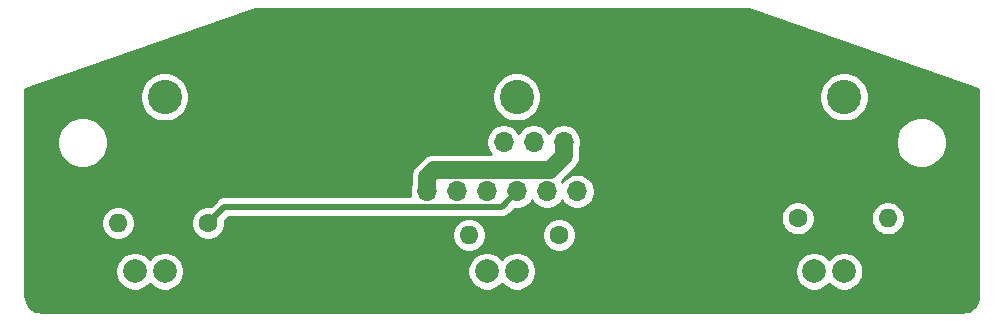
<source format=gbr>
G04 #@! TF.GenerationSoftware,KiCad,Pcbnew,5.1.5+dfsg1-2build2*
G04 #@! TF.CreationDate,2020-06-26T22:11:02+02:00*
G04 #@! TF.ProjectId,robo-car-front-shield,726f626f-2d63-4617-922d-66726f6e742d,rev?*
G04 #@! TF.SameCoordinates,Original*
G04 #@! TF.FileFunction,Copper,L2,Bot*
G04 #@! TF.FilePolarity,Positive*
%FSLAX46Y46*%
G04 Gerber Fmt 4.6, Leading zero omitted, Abs format (unit mm)*
G04 Created by KiCad (PCBNEW 5.1.5+dfsg1-2build2) date 2020-06-26 22:11:02*
%MOMM*%
%LPD*%
G04 APERTURE LIST*
%ADD10O,1.700000X1.700000*%
%ADD11R,1.700000X1.700000*%
%ADD12C,2.000000*%
%ADD13C,2.900000*%
%ADD14C,1.600000*%
%ADD15O,1.600000X1.600000*%
%ADD16C,1.500000*%
%ADD17C,0.500000*%
%ADD18C,0.254000*%
G04 APERTURE END LIST*
D10*
X35513000Y-14680000D03*
X38053000Y-14680000D03*
X40593000Y-14680000D03*
X43133000Y-14680000D03*
X45673000Y-14680000D03*
X48213000Y-14680000D03*
D11*
X50753000Y-14680000D03*
D12*
X68279000Y-21443000D03*
X70819000Y-21443000D03*
X73359000Y-21443000D03*
D13*
X70819000Y-6679000D03*
D12*
X40556000Y-21443000D03*
X43096000Y-21443000D03*
X45636000Y-21443000D03*
D13*
X43096000Y-6679000D03*
X13288000Y-6679000D03*
D12*
X15828000Y-21443000D03*
X13288000Y-21443000D03*
X10748000Y-21443000D03*
D11*
X39450000Y-10489000D03*
D10*
X41990000Y-10489000D03*
X44530000Y-10489000D03*
X47070000Y-10489000D03*
D14*
X66882000Y-16966000D03*
D15*
X74502000Y-16966000D03*
X39069000Y-18363000D03*
D14*
X46689000Y-18363000D03*
X16971000Y-17347000D03*
D15*
X9351000Y-17347000D03*
D16*
X35513000Y-13477919D02*
X35513000Y-14680000D01*
X36110920Y-12879999D02*
X35513000Y-13477919D01*
X45881082Y-12879999D02*
X36110920Y-12879999D01*
X47070000Y-11691081D02*
X45881082Y-12879999D01*
X47070000Y-11691081D02*
X47070000Y-10489000D01*
D17*
X41832999Y-15980001D02*
X18337999Y-15980001D01*
X17770999Y-16547001D02*
X16971000Y-17347000D01*
X18337999Y-15980001D02*
X17770999Y-16547001D01*
X43133000Y-14680000D02*
X41832999Y-15980001D01*
D18*
G36*
X82182001Y-6009258D02*
G01*
X82182000Y-23508721D01*
X82153375Y-23800660D01*
X82077965Y-24050429D01*
X81955477Y-24280794D01*
X81790579Y-24482979D01*
X81589546Y-24649288D01*
X81360046Y-24773378D01*
X81110805Y-24850531D01*
X80820911Y-24881000D01*
X2874279Y-24881000D01*
X2582340Y-24852375D01*
X2332571Y-24776965D01*
X2102206Y-24654477D01*
X1900021Y-24489579D01*
X1733712Y-24288546D01*
X1609622Y-24059046D01*
X1532469Y-23809805D01*
X1502000Y-23519911D01*
X1502000Y-21281967D01*
X9113000Y-21281967D01*
X9113000Y-21604033D01*
X9175832Y-21919912D01*
X9299082Y-22217463D01*
X9478013Y-22485252D01*
X9705748Y-22712987D01*
X9973537Y-22891918D01*
X10271088Y-23015168D01*
X10586967Y-23078000D01*
X10909033Y-23078000D01*
X11224912Y-23015168D01*
X11522463Y-22891918D01*
X11790252Y-22712987D01*
X12017987Y-22485252D01*
X12018000Y-22485233D01*
X12018013Y-22485252D01*
X12245748Y-22712987D01*
X12513537Y-22891918D01*
X12811088Y-23015168D01*
X13126967Y-23078000D01*
X13449033Y-23078000D01*
X13764912Y-23015168D01*
X14062463Y-22891918D01*
X14330252Y-22712987D01*
X14557987Y-22485252D01*
X14736918Y-22217463D01*
X14860168Y-21919912D01*
X14923000Y-21604033D01*
X14923000Y-21281967D01*
X38921000Y-21281967D01*
X38921000Y-21604033D01*
X38983832Y-21919912D01*
X39107082Y-22217463D01*
X39286013Y-22485252D01*
X39513748Y-22712987D01*
X39781537Y-22891918D01*
X40079088Y-23015168D01*
X40394967Y-23078000D01*
X40717033Y-23078000D01*
X41032912Y-23015168D01*
X41330463Y-22891918D01*
X41598252Y-22712987D01*
X41825987Y-22485252D01*
X41826000Y-22485233D01*
X41826013Y-22485252D01*
X42053748Y-22712987D01*
X42321537Y-22891918D01*
X42619088Y-23015168D01*
X42934967Y-23078000D01*
X43257033Y-23078000D01*
X43572912Y-23015168D01*
X43870463Y-22891918D01*
X44138252Y-22712987D01*
X44365987Y-22485252D01*
X44544918Y-22217463D01*
X44668168Y-21919912D01*
X44731000Y-21604033D01*
X44731000Y-21281967D01*
X66644000Y-21281967D01*
X66644000Y-21604033D01*
X66706832Y-21919912D01*
X66830082Y-22217463D01*
X67009013Y-22485252D01*
X67236748Y-22712987D01*
X67504537Y-22891918D01*
X67802088Y-23015168D01*
X68117967Y-23078000D01*
X68440033Y-23078000D01*
X68755912Y-23015168D01*
X69053463Y-22891918D01*
X69321252Y-22712987D01*
X69548987Y-22485252D01*
X69549000Y-22485233D01*
X69549013Y-22485252D01*
X69776748Y-22712987D01*
X70044537Y-22891918D01*
X70342088Y-23015168D01*
X70657967Y-23078000D01*
X70980033Y-23078000D01*
X71295912Y-23015168D01*
X71593463Y-22891918D01*
X71861252Y-22712987D01*
X72088987Y-22485252D01*
X72267918Y-22217463D01*
X72391168Y-21919912D01*
X72454000Y-21604033D01*
X72454000Y-21281967D01*
X72391168Y-20966088D01*
X72267918Y-20668537D01*
X72088987Y-20400748D01*
X71861252Y-20173013D01*
X71593463Y-19994082D01*
X71295912Y-19870832D01*
X70980033Y-19808000D01*
X70657967Y-19808000D01*
X70342088Y-19870832D01*
X70044537Y-19994082D01*
X69776748Y-20173013D01*
X69549013Y-20400748D01*
X69549000Y-20400767D01*
X69548987Y-20400748D01*
X69321252Y-20173013D01*
X69053463Y-19994082D01*
X68755912Y-19870832D01*
X68440033Y-19808000D01*
X68117967Y-19808000D01*
X67802088Y-19870832D01*
X67504537Y-19994082D01*
X67236748Y-20173013D01*
X67009013Y-20400748D01*
X66830082Y-20668537D01*
X66706832Y-20966088D01*
X66644000Y-21281967D01*
X44731000Y-21281967D01*
X44668168Y-20966088D01*
X44544918Y-20668537D01*
X44365987Y-20400748D01*
X44138252Y-20173013D01*
X43870463Y-19994082D01*
X43572912Y-19870832D01*
X43257033Y-19808000D01*
X42934967Y-19808000D01*
X42619088Y-19870832D01*
X42321537Y-19994082D01*
X42053748Y-20173013D01*
X41826013Y-20400748D01*
X41826000Y-20400767D01*
X41825987Y-20400748D01*
X41598252Y-20173013D01*
X41330463Y-19994082D01*
X41032912Y-19870832D01*
X40717033Y-19808000D01*
X40394967Y-19808000D01*
X40079088Y-19870832D01*
X39781537Y-19994082D01*
X39513748Y-20173013D01*
X39286013Y-20400748D01*
X39107082Y-20668537D01*
X38983832Y-20966088D01*
X38921000Y-21281967D01*
X14923000Y-21281967D01*
X14860168Y-20966088D01*
X14736918Y-20668537D01*
X14557987Y-20400748D01*
X14330252Y-20173013D01*
X14062463Y-19994082D01*
X13764912Y-19870832D01*
X13449033Y-19808000D01*
X13126967Y-19808000D01*
X12811088Y-19870832D01*
X12513537Y-19994082D01*
X12245748Y-20173013D01*
X12018013Y-20400748D01*
X12018000Y-20400767D01*
X12017987Y-20400748D01*
X11790252Y-20173013D01*
X11522463Y-19994082D01*
X11224912Y-19870832D01*
X10909033Y-19808000D01*
X10586967Y-19808000D01*
X10271088Y-19870832D01*
X9973537Y-19994082D01*
X9705748Y-20173013D01*
X9478013Y-20400748D01*
X9299082Y-20668537D01*
X9175832Y-20966088D01*
X9113000Y-21281967D01*
X1502000Y-21281967D01*
X1502000Y-17205665D01*
X7916000Y-17205665D01*
X7916000Y-17488335D01*
X7971147Y-17765574D01*
X8079320Y-18026727D01*
X8236363Y-18261759D01*
X8436241Y-18461637D01*
X8671273Y-18618680D01*
X8932426Y-18726853D01*
X9209665Y-18782000D01*
X9492335Y-18782000D01*
X9769574Y-18726853D01*
X10030727Y-18618680D01*
X10265759Y-18461637D01*
X10465637Y-18261759D01*
X10622680Y-18026727D01*
X10730853Y-17765574D01*
X10786000Y-17488335D01*
X10786000Y-17205665D01*
X15536000Y-17205665D01*
X15536000Y-17488335D01*
X15591147Y-17765574D01*
X15699320Y-18026727D01*
X15856363Y-18261759D01*
X16056241Y-18461637D01*
X16291273Y-18618680D01*
X16552426Y-18726853D01*
X16829665Y-18782000D01*
X17112335Y-18782000D01*
X17389574Y-18726853D01*
X17650727Y-18618680D01*
X17885759Y-18461637D01*
X18085637Y-18261759D01*
X18112426Y-18221665D01*
X37634000Y-18221665D01*
X37634000Y-18504335D01*
X37689147Y-18781574D01*
X37797320Y-19042727D01*
X37954363Y-19277759D01*
X38154241Y-19477637D01*
X38389273Y-19634680D01*
X38650426Y-19742853D01*
X38927665Y-19798000D01*
X39210335Y-19798000D01*
X39487574Y-19742853D01*
X39748727Y-19634680D01*
X39983759Y-19477637D01*
X40183637Y-19277759D01*
X40340680Y-19042727D01*
X40448853Y-18781574D01*
X40504000Y-18504335D01*
X40504000Y-18221665D01*
X45254000Y-18221665D01*
X45254000Y-18504335D01*
X45309147Y-18781574D01*
X45417320Y-19042727D01*
X45574363Y-19277759D01*
X45774241Y-19477637D01*
X46009273Y-19634680D01*
X46270426Y-19742853D01*
X46547665Y-19798000D01*
X46830335Y-19798000D01*
X47107574Y-19742853D01*
X47368727Y-19634680D01*
X47603759Y-19477637D01*
X47803637Y-19277759D01*
X47960680Y-19042727D01*
X48068853Y-18781574D01*
X48124000Y-18504335D01*
X48124000Y-18221665D01*
X48068853Y-17944426D01*
X47960680Y-17683273D01*
X47803637Y-17448241D01*
X47603759Y-17248363D01*
X47368727Y-17091320D01*
X47107574Y-16983147D01*
X46830335Y-16928000D01*
X46547665Y-16928000D01*
X46270426Y-16983147D01*
X46009273Y-17091320D01*
X45774241Y-17248363D01*
X45574363Y-17448241D01*
X45417320Y-17683273D01*
X45309147Y-17944426D01*
X45254000Y-18221665D01*
X40504000Y-18221665D01*
X40448853Y-17944426D01*
X40340680Y-17683273D01*
X40183637Y-17448241D01*
X39983759Y-17248363D01*
X39748727Y-17091320D01*
X39487574Y-16983147D01*
X39210335Y-16928000D01*
X38927665Y-16928000D01*
X38650426Y-16983147D01*
X38389273Y-17091320D01*
X38154241Y-17248363D01*
X37954363Y-17448241D01*
X37797320Y-17683273D01*
X37689147Y-17944426D01*
X37634000Y-18221665D01*
X18112426Y-18221665D01*
X18242680Y-18026727D01*
X18350853Y-17765574D01*
X18406000Y-17488335D01*
X18406000Y-17205665D01*
X18399017Y-17170562D01*
X18427531Y-17142048D01*
X18427536Y-17142042D01*
X18704577Y-16865001D01*
X41789530Y-16865001D01*
X41832999Y-16869282D01*
X41876468Y-16865001D01*
X41876476Y-16865001D01*
X42006489Y-16852196D01*
X42097245Y-16824665D01*
X65447000Y-16824665D01*
X65447000Y-17107335D01*
X65502147Y-17384574D01*
X65610320Y-17645727D01*
X65767363Y-17880759D01*
X65967241Y-18080637D01*
X66202273Y-18237680D01*
X66463426Y-18345853D01*
X66740665Y-18401000D01*
X67023335Y-18401000D01*
X67300574Y-18345853D01*
X67561727Y-18237680D01*
X67796759Y-18080637D01*
X67996637Y-17880759D01*
X68153680Y-17645727D01*
X68261853Y-17384574D01*
X68317000Y-17107335D01*
X68317000Y-16824665D01*
X73067000Y-16824665D01*
X73067000Y-17107335D01*
X73122147Y-17384574D01*
X73230320Y-17645727D01*
X73387363Y-17880759D01*
X73587241Y-18080637D01*
X73822273Y-18237680D01*
X74083426Y-18345853D01*
X74360665Y-18401000D01*
X74643335Y-18401000D01*
X74920574Y-18345853D01*
X75181727Y-18237680D01*
X75416759Y-18080637D01*
X75616637Y-17880759D01*
X75773680Y-17645727D01*
X75881853Y-17384574D01*
X75937000Y-17107335D01*
X75937000Y-16824665D01*
X75881853Y-16547426D01*
X75773680Y-16286273D01*
X75616637Y-16051241D01*
X75416759Y-15851363D01*
X75181727Y-15694320D01*
X74920574Y-15586147D01*
X74643335Y-15531000D01*
X74360665Y-15531000D01*
X74083426Y-15586147D01*
X73822273Y-15694320D01*
X73587241Y-15851363D01*
X73387363Y-16051241D01*
X73230320Y-16286273D01*
X73122147Y-16547426D01*
X73067000Y-16824665D01*
X68317000Y-16824665D01*
X68261853Y-16547426D01*
X68153680Y-16286273D01*
X67996637Y-16051241D01*
X67796759Y-15851363D01*
X67561727Y-15694320D01*
X67300574Y-15586147D01*
X67023335Y-15531000D01*
X66740665Y-15531000D01*
X66463426Y-15586147D01*
X66202273Y-15694320D01*
X65967241Y-15851363D01*
X65767363Y-16051241D01*
X65610320Y-16286273D01*
X65502147Y-16547426D01*
X65447000Y-16824665D01*
X42097245Y-16824665D01*
X42173312Y-16801590D01*
X42327058Y-16719412D01*
X42461816Y-16608818D01*
X42489533Y-16575045D01*
X42914039Y-16150539D01*
X42986740Y-16165000D01*
X43279260Y-16165000D01*
X43566158Y-16107932D01*
X43836411Y-15995990D01*
X44079632Y-15833475D01*
X44286475Y-15626632D01*
X44403000Y-15452240D01*
X44519525Y-15626632D01*
X44726368Y-15833475D01*
X44969589Y-15995990D01*
X45239842Y-16107932D01*
X45526740Y-16165000D01*
X45819260Y-16165000D01*
X46106158Y-16107932D01*
X46376411Y-15995990D01*
X46619632Y-15833475D01*
X46826475Y-15626632D01*
X46943000Y-15452240D01*
X47059525Y-15626632D01*
X47266368Y-15833475D01*
X47509589Y-15995990D01*
X47779842Y-16107932D01*
X48066740Y-16165000D01*
X48359260Y-16165000D01*
X48646158Y-16107932D01*
X48916411Y-15995990D01*
X49159632Y-15833475D01*
X49366475Y-15626632D01*
X49528990Y-15383411D01*
X49640932Y-15113158D01*
X49698000Y-14826260D01*
X49698000Y-14533740D01*
X49640932Y-14246842D01*
X49528990Y-13976589D01*
X49366475Y-13733368D01*
X49159632Y-13526525D01*
X48916411Y-13364010D01*
X48646158Y-13252068D01*
X48359260Y-13195000D01*
X48066740Y-13195000D01*
X47779842Y-13252068D01*
X47509589Y-13364010D01*
X47266368Y-13526525D01*
X47059525Y-13733368D01*
X46943000Y-13907760D01*
X46891980Y-13831403D01*
X46908536Y-13811230D01*
X48001241Y-12718526D01*
X48054080Y-12675162D01*
X48097445Y-12622322D01*
X48097452Y-12622315D01*
X48227156Y-12464270D01*
X48227158Y-12464268D01*
X48355764Y-12223662D01*
X48365322Y-12192155D01*
X48434960Y-11962589D01*
X48445798Y-11852547D01*
X48455000Y-11759118D01*
X48455000Y-11759110D01*
X48461700Y-11691081D01*
X48455000Y-11623052D01*
X48455000Y-11025805D01*
X48497932Y-10922158D01*
X48555000Y-10635260D01*
X48555000Y-10342740D01*
X48551934Y-10327323D01*
X75172497Y-10327323D01*
X75172497Y-10754677D01*
X75255870Y-11173821D01*
X75419412Y-11568645D01*
X75656837Y-11923977D01*
X75959023Y-12226163D01*
X76314355Y-12463588D01*
X76709179Y-12627130D01*
X77128323Y-12710503D01*
X77555677Y-12710503D01*
X77974821Y-12627130D01*
X78369645Y-12463588D01*
X78724977Y-12226163D01*
X79027163Y-11923977D01*
X79264588Y-11568645D01*
X79428130Y-11173821D01*
X79511503Y-10754677D01*
X79511503Y-10327323D01*
X79428130Y-9908179D01*
X79264588Y-9513355D01*
X79027163Y-9158023D01*
X78724977Y-8855837D01*
X78369645Y-8618412D01*
X77974821Y-8454870D01*
X77555677Y-8371497D01*
X77128323Y-8371497D01*
X76709179Y-8454870D01*
X76314355Y-8618412D01*
X75959023Y-8855837D01*
X75656837Y-9158023D01*
X75419412Y-9513355D01*
X75255870Y-9908179D01*
X75172497Y-10327323D01*
X48551934Y-10327323D01*
X48497932Y-10055842D01*
X48385990Y-9785589D01*
X48223475Y-9542368D01*
X48016632Y-9335525D01*
X47773411Y-9173010D01*
X47503158Y-9061068D01*
X47216260Y-9004000D01*
X46923740Y-9004000D01*
X46636842Y-9061068D01*
X46366589Y-9173010D01*
X46123368Y-9335525D01*
X45916525Y-9542368D01*
X45800000Y-9716760D01*
X45683475Y-9542368D01*
X45476632Y-9335525D01*
X45233411Y-9173010D01*
X44963158Y-9061068D01*
X44676260Y-9004000D01*
X44383740Y-9004000D01*
X44096842Y-9061068D01*
X43826589Y-9173010D01*
X43583368Y-9335525D01*
X43376525Y-9542368D01*
X43260000Y-9716760D01*
X43143475Y-9542368D01*
X42936632Y-9335525D01*
X42693411Y-9173010D01*
X42423158Y-9061068D01*
X42136260Y-9004000D01*
X41843740Y-9004000D01*
X41556842Y-9061068D01*
X41286589Y-9173010D01*
X41043368Y-9335525D01*
X40836525Y-9542368D01*
X40674010Y-9785589D01*
X40562068Y-10055842D01*
X40505000Y-10342740D01*
X40505000Y-10635260D01*
X40562068Y-10922158D01*
X40674010Y-11192411D01*
X40836525Y-11435632D01*
X40895892Y-11494999D01*
X36178949Y-11494999D01*
X36110920Y-11488299D01*
X36042891Y-11494999D01*
X36042883Y-11494999D01*
X35839413Y-11515039D01*
X35578339Y-11594235D01*
X35337732Y-11722842D01*
X35126839Y-11895918D01*
X35083468Y-11948766D01*
X34581765Y-12450469D01*
X34528919Y-12493839D01*
X34485550Y-12546684D01*
X34485548Y-12546686D01*
X34393359Y-12659019D01*
X34355843Y-12704732D01*
X34227236Y-12945339D01*
X34148040Y-13206413D01*
X34128000Y-13409883D01*
X34128000Y-13409890D01*
X34121300Y-13477919D01*
X34128000Y-13545948D01*
X34128000Y-14143195D01*
X34085068Y-14246842D01*
X34028000Y-14533740D01*
X34028000Y-14826260D01*
X34081456Y-15095001D01*
X18381464Y-15095001D01*
X18337998Y-15090720D01*
X18294532Y-15095001D01*
X18294522Y-15095001D01*
X18164509Y-15107806D01*
X17997686Y-15158412D01*
X17843940Y-15240590D01*
X17709182Y-15351184D01*
X17681467Y-15384955D01*
X17175958Y-15890464D01*
X17175952Y-15890469D01*
X17147438Y-15918983D01*
X17112335Y-15912000D01*
X16829665Y-15912000D01*
X16552426Y-15967147D01*
X16291273Y-16075320D01*
X16056241Y-16232363D01*
X15856363Y-16432241D01*
X15699320Y-16667273D01*
X15591147Y-16928426D01*
X15536000Y-17205665D01*
X10786000Y-17205665D01*
X10730853Y-16928426D01*
X10622680Y-16667273D01*
X10465637Y-16432241D01*
X10265759Y-16232363D01*
X10030727Y-16075320D01*
X9769574Y-15967147D01*
X9492335Y-15912000D01*
X9209665Y-15912000D01*
X8932426Y-15967147D01*
X8671273Y-16075320D01*
X8436241Y-16232363D01*
X8236363Y-16432241D01*
X8079320Y-16667273D01*
X7971147Y-16928426D01*
X7916000Y-17205665D01*
X1502000Y-17205665D01*
X1502000Y-10327323D01*
X4172497Y-10327323D01*
X4172497Y-10754677D01*
X4255870Y-11173821D01*
X4419412Y-11568645D01*
X4656837Y-11923977D01*
X4959023Y-12226163D01*
X5314355Y-12463588D01*
X5709179Y-12627130D01*
X6128323Y-12710503D01*
X6555677Y-12710503D01*
X6974821Y-12627130D01*
X7369645Y-12463588D01*
X7724977Y-12226163D01*
X8027163Y-11923977D01*
X8264588Y-11568645D01*
X8428130Y-11173821D01*
X8511503Y-10754677D01*
X8511503Y-10327323D01*
X8428130Y-9908179D01*
X8264588Y-9513355D01*
X8027163Y-9158023D01*
X7724977Y-8855837D01*
X7369645Y-8618412D01*
X6974821Y-8454870D01*
X6555677Y-8371497D01*
X6128323Y-8371497D01*
X5709179Y-8454870D01*
X5314355Y-8618412D01*
X4959023Y-8855837D01*
X4656837Y-9158023D01*
X4419412Y-9513355D01*
X4255870Y-9908179D01*
X4172497Y-10327323D01*
X1502000Y-10327323D01*
X1502000Y-6473645D01*
X11203000Y-6473645D01*
X11203000Y-6884355D01*
X11283126Y-7287172D01*
X11440297Y-7666618D01*
X11668475Y-8008110D01*
X11958890Y-8298525D01*
X12300382Y-8526703D01*
X12679828Y-8683874D01*
X13082645Y-8764000D01*
X13493355Y-8764000D01*
X13896172Y-8683874D01*
X14275618Y-8526703D01*
X14617110Y-8298525D01*
X14907525Y-8008110D01*
X15135703Y-7666618D01*
X15292874Y-7287172D01*
X15373000Y-6884355D01*
X15373000Y-6473645D01*
X41011000Y-6473645D01*
X41011000Y-6884355D01*
X41091126Y-7287172D01*
X41248297Y-7666618D01*
X41476475Y-8008110D01*
X41766890Y-8298525D01*
X42108382Y-8526703D01*
X42487828Y-8683874D01*
X42890645Y-8764000D01*
X43301355Y-8764000D01*
X43704172Y-8683874D01*
X44083618Y-8526703D01*
X44425110Y-8298525D01*
X44715525Y-8008110D01*
X44943703Y-7666618D01*
X45100874Y-7287172D01*
X45181000Y-6884355D01*
X45181000Y-6473645D01*
X68734000Y-6473645D01*
X68734000Y-6884355D01*
X68814126Y-7287172D01*
X68971297Y-7666618D01*
X69199475Y-8008110D01*
X69489890Y-8298525D01*
X69831382Y-8526703D01*
X70210828Y-8683874D01*
X70613645Y-8764000D01*
X71024355Y-8764000D01*
X71427172Y-8683874D01*
X71806618Y-8526703D01*
X72148110Y-8298525D01*
X72438525Y-8008110D01*
X72666703Y-7666618D01*
X72823874Y-7287172D01*
X72904000Y-6884355D01*
X72904000Y-6473645D01*
X72823874Y-6070828D01*
X72666703Y-5691382D01*
X72438525Y-5349890D01*
X72148110Y-5059475D01*
X71806618Y-4831297D01*
X71427172Y-4674126D01*
X71024355Y-4594000D01*
X70613645Y-4594000D01*
X70210828Y-4674126D01*
X69831382Y-4831297D01*
X69489890Y-5059475D01*
X69199475Y-5349890D01*
X68971297Y-5691382D01*
X68814126Y-6070828D01*
X68734000Y-6473645D01*
X45181000Y-6473645D01*
X45100874Y-6070828D01*
X44943703Y-5691382D01*
X44715525Y-5349890D01*
X44425110Y-5059475D01*
X44083618Y-4831297D01*
X43704172Y-4674126D01*
X43301355Y-4594000D01*
X42890645Y-4594000D01*
X42487828Y-4674126D01*
X42108382Y-4831297D01*
X41766890Y-5059475D01*
X41476475Y-5349890D01*
X41248297Y-5691382D01*
X41091126Y-6070828D01*
X41011000Y-6473645D01*
X15373000Y-6473645D01*
X15292874Y-6070828D01*
X15135703Y-5691382D01*
X14907525Y-5349890D01*
X14617110Y-5059475D01*
X14275618Y-4831297D01*
X13896172Y-4674126D01*
X13493355Y-4594000D01*
X13082645Y-4594000D01*
X12679828Y-4674126D01*
X12300382Y-4831297D01*
X11958890Y-5059475D01*
X11668475Y-5349890D01*
X11440297Y-5691382D01*
X11283126Y-6070828D01*
X11203000Y-6473645D01*
X1502000Y-6473645D01*
X1502000Y-6009257D01*
X20954164Y799000D01*
X62729839Y799000D01*
X82182001Y-6009258D01*
G37*
X82182001Y-6009258D02*
X82182000Y-23508721D01*
X82153375Y-23800660D01*
X82077965Y-24050429D01*
X81955477Y-24280794D01*
X81790579Y-24482979D01*
X81589546Y-24649288D01*
X81360046Y-24773378D01*
X81110805Y-24850531D01*
X80820911Y-24881000D01*
X2874279Y-24881000D01*
X2582340Y-24852375D01*
X2332571Y-24776965D01*
X2102206Y-24654477D01*
X1900021Y-24489579D01*
X1733712Y-24288546D01*
X1609622Y-24059046D01*
X1532469Y-23809805D01*
X1502000Y-23519911D01*
X1502000Y-21281967D01*
X9113000Y-21281967D01*
X9113000Y-21604033D01*
X9175832Y-21919912D01*
X9299082Y-22217463D01*
X9478013Y-22485252D01*
X9705748Y-22712987D01*
X9973537Y-22891918D01*
X10271088Y-23015168D01*
X10586967Y-23078000D01*
X10909033Y-23078000D01*
X11224912Y-23015168D01*
X11522463Y-22891918D01*
X11790252Y-22712987D01*
X12017987Y-22485252D01*
X12018000Y-22485233D01*
X12018013Y-22485252D01*
X12245748Y-22712987D01*
X12513537Y-22891918D01*
X12811088Y-23015168D01*
X13126967Y-23078000D01*
X13449033Y-23078000D01*
X13764912Y-23015168D01*
X14062463Y-22891918D01*
X14330252Y-22712987D01*
X14557987Y-22485252D01*
X14736918Y-22217463D01*
X14860168Y-21919912D01*
X14923000Y-21604033D01*
X14923000Y-21281967D01*
X38921000Y-21281967D01*
X38921000Y-21604033D01*
X38983832Y-21919912D01*
X39107082Y-22217463D01*
X39286013Y-22485252D01*
X39513748Y-22712987D01*
X39781537Y-22891918D01*
X40079088Y-23015168D01*
X40394967Y-23078000D01*
X40717033Y-23078000D01*
X41032912Y-23015168D01*
X41330463Y-22891918D01*
X41598252Y-22712987D01*
X41825987Y-22485252D01*
X41826000Y-22485233D01*
X41826013Y-22485252D01*
X42053748Y-22712987D01*
X42321537Y-22891918D01*
X42619088Y-23015168D01*
X42934967Y-23078000D01*
X43257033Y-23078000D01*
X43572912Y-23015168D01*
X43870463Y-22891918D01*
X44138252Y-22712987D01*
X44365987Y-22485252D01*
X44544918Y-22217463D01*
X44668168Y-21919912D01*
X44731000Y-21604033D01*
X44731000Y-21281967D01*
X66644000Y-21281967D01*
X66644000Y-21604033D01*
X66706832Y-21919912D01*
X66830082Y-22217463D01*
X67009013Y-22485252D01*
X67236748Y-22712987D01*
X67504537Y-22891918D01*
X67802088Y-23015168D01*
X68117967Y-23078000D01*
X68440033Y-23078000D01*
X68755912Y-23015168D01*
X69053463Y-22891918D01*
X69321252Y-22712987D01*
X69548987Y-22485252D01*
X69549000Y-22485233D01*
X69549013Y-22485252D01*
X69776748Y-22712987D01*
X70044537Y-22891918D01*
X70342088Y-23015168D01*
X70657967Y-23078000D01*
X70980033Y-23078000D01*
X71295912Y-23015168D01*
X71593463Y-22891918D01*
X71861252Y-22712987D01*
X72088987Y-22485252D01*
X72267918Y-22217463D01*
X72391168Y-21919912D01*
X72454000Y-21604033D01*
X72454000Y-21281967D01*
X72391168Y-20966088D01*
X72267918Y-20668537D01*
X72088987Y-20400748D01*
X71861252Y-20173013D01*
X71593463Y-19994082D01*
X71295912Y-19870832D01*
X70980033Y-19808000D01*
X70657967Y-19808000D01*
X70342088Y-19870832D01*
X70044537Y-19994082D01*
X69776748Y-20173013D01*
X69549013Y-20400748D01*
X69549000Y-20400767D01*
X69548987Y-20400748D01*
X69321252Y-20173013D01*
X69053463Y-19994082D01*
X68755912Y-19870832D01*
X68440033Y-19808000D01*
X68117967Y-19808000D01*
X67802088Y-19870832D01*
X67504537Y-19994082D01*
X67236748Y-20173013D01*
X67009013Y-20400748D01*
X66830082Y-20668537D01*
X66706832Y-20966088D01*
X66644000Y-21281967D01*
X44731000Y-21281967D01*
X44668168Y-20966088D01*
X44544918Y-20668537D01*
X44365987Y-20400748D01*
X44138252Y-20173013D01*
X43870463Y-19994082D01*
X43572912Y-19870832D01*
X43257033Y-19808000D01*
X42934967Y-19808000D01*
X42619088Y-19870832D01*
X42321537Y-19994082D01*
X42053748Y-20173013D01*
X41826013Y-20400748D01*
X41826000Y-20400767D01*
X41825987Y-20400748D01*
X41598252Y-20173013D01*
X41330463Y-19994082D01*
X41032912Y-19870832D01*
X40717033Y-19808000D01*
X40394967Y-19808000D01*
X40079088Y-19870832D01*
X39781537Y-19994082D01*
X39513748Y-20173013D01*
X39286013Y-20400748D01*
X39107082Y-20668537D01*
X38983832Y-20966088D01*
X38921000Y-21281967D01*
X14923000Y-21281967D01*
X14860168Y-20966088D01*
X14736918Y-20668537D01*
X14557987Y-20400748D01*
X14330252Y-20173013D01*
X14062463Y-19994082D01*
X13764912Y-19870832D01*
X13449033Y-19808000D01*
X13126967Y-19808000D01*
X12811088Y-19870832D01*
X12513537Y-19994082D01*
X12245748Y-20173013D01*
X12018013Y-20400748D01*
X12018000Y-20400767D01*
X12017987Y-20400748D01*
X11790252Y-20173013D01*
X11522463Y-19994082D01*
X11224912Y-19870832D01*
X10909033Y-19808000D01*
X10586967Y-19808000D01*
X10271088Y-19870832D01*
X9973537Y-19994082D01*
X9705748Y-20173013D01*
X9478013Y-20400748D01*
X9299082Y-20668537D01*
X9175832Y-20966088D01*
X9113000Y-21281967D01*
X1502000Y-21281967D01*
X1502000Y-17205665D01*
X7916000Y-17205665D01*
X7916000Y-17488335D01*
X7971147Y-17765574D01*
X8079320Y-18026727D01*
X8236363Y-18261759D01*
X8436241Y-18461637D01*
X8671273Y-18618680D01*
X8932426Y-18726853D01*
X9209665Y-18782000D01*
X9492335Y-18782000D01*
X9769574Y-18726853D01*
X10030727Y-18618680D01*
X10265759Y-18461637D01*
X10465637Y-18261759D01*
X10622680Y-18026727D01*
X10730853Y-17765574D01*
X10786000Y-17488335D01*
X10786000Y-17205665D01*
X15536000Y-17205665D01*
X15536000Y-17488335D01*
X15591147Y-17765574D01*
X15699320Y-18026727D01*
X15856363Y-18261759D01*
X16056241Y-18461637D01*
X16291273Y-18618680D01*
X16552426Y-18726853D01*
X16829665Y-18782000D01*
X17112335Y-18782000D01*
X17389574Y-18726853D01*
X17650727Y-18618680D01*
X17885759Y-18461637D01*
X18085637Y-18261759D01*
X18112426Y-18221665D01*
X37634000Y-18221665D01*
X37634000Y-18504335D01*
X37689147Y-18781574D01*
X37797320Y-19042727D01*
X37954363Y-19277759D01*
X38154241Y-19477637D01*
X38389273Y-19634680D01*
X38650426Y-19742853D01*
X38927665Y-19798000D01*
X39210335Y-19798000D01*
X39487574Y-19742853D01*
X39748727Y-19634680D01*
X39983759Y-19477637D01*
X40183637Y-19277759D01*
X40340680Y-19042727D01*
X40448853Y-18781574D01*
X40504000Y-18504335D01*
X40504000Y-18221665D01*
X45254000Y-18221665D01*
X45254000Y-18504335D01*
X45309147Y-18781574D01*
X45417320Y-19042727D01*
X45574363Y-19277759D01*
X45774241Y-19477637D01*
X46009273Y-19634680D01*
X46270426Y-19742853D01*
X46547665Y-19798000D01*
X46830335Y-19798000D01*
X47107574Y-19742853D01*
X47368727Y-19634680D01*
X47603759Y-19477637D01*
X47803637Y-19277759D01*
X47960680Y-19042727D01*
X48068853Y-18781574D01*
X48124000Y-18504335D01*
X48124000Y-18221665D01*
X48068853Y-17944426D01*
X47960680Y-17683273D01*
X47803637Y-17448241D01*
X47603759Y-17248363D01*
X47368727Y-17091320D01*
X47107574Y-16983147D01*
X46830335Y-16928000D01*
X46547665Y-16928000D01*
X46270426Y-16983147D01*
X46009273Y-17091320D01*
X45774241Y-17248363D01*
X45574363Y-17448241D01*
X45417320Y-17683273D01*
X45309147Y-17944426D01*
X45254000Y-18221665D01*
X40504000Y-18221665D01*
X40448853Y-17944426D01*
X40340680Y-17683273D01*
X40183637Y-17448241D01*
X39983759Y-17248363D01*
X39748727Y-17091320D01*
X39487574Y-16983147D01*
X39210335Y-16928000D01*
X38927665Y-16928000D01*
X38650426Y-16983147D01*
X38389273Y-17091320D01*
X38154241Y-17248363D01*
X37954363Y-17448241D01*
X37797320Y-17683273D01*
X37689147Y-17944426D01*
X37634000Y-18221665D01*
X18112426Y-18221665D01*
X18242680Y-18026727D01*
X18350853Y-17765574D01*
X18406000Y-17488335D01*
X18406000Y-17205665D01*
X18399017Y-17170562D01*
X18427531Y-17142048D01*
X18427536Y-17142042D01*
X18704577Y-16865001D01*
X41789530Y-16865001D01*
X41832999Y-16869282D01*
X41876468Y-16865001D01*
X41876476Y-16865001D01*
X42006489Y-16852196D01*
X42097245Y-16824665D01*
X65447000Y-16824665D01*
X65447000Y-17107335D01*
X65502147Y-17384574D01*
X65610320Y-17645727D01*
X65767363Y-17880759D01*
X65967241Y-18080637D01*
X66202273Y-18237680D01*
X66463426Y-18345853D01*
X66740665Y-18401000D01*
X67023335Y-18401000D01*
X67300574Y-18345853D01*
X67561727Y-18237680D01*
X67796759Y-18080637D01*
X67996637Y-17880759D01*
X68153680Y-17645727D01*
X68261853Y-17384574D01*
X68317000Y-17107335D01*
X68317000Y-16824665D01*
X73067000Y-16824665D01*
X73067000Y-17107335D01*
X73122147Y-17384574D01*
X73230320Y-17645727D01*
X73387363Y-17880759D01*
X73587241Y-18080637D01*
X73822273Y-18237680D01*
X74083426Y-18345853D01*
X74360665Y-18401000D01*
X74643335Y-18401000D01*
X74920574Y-18345853D01*
X75181727Y-18237680D01*
X75416759Y-18080637D01*
X75616637Y-17880759D01*
X75773680Y-17645727D01*
X75881853Y-17384574D01*
X75937000Y-17107335D01*
X75937000Y-16824665D01*
X75881853Y-16547426D01*
X75773680Y-16286273D01*
X75616637Y-16051241D01*
X75416759Y-15851363D01*
X75181727Y-15694320D01*
X74920574Y-15586147D01*
X74643335Y-15531000D01*
X74360665Y-15531000D01*
X74083426Y-15586147D01*
X73822273Y-15694320D01*
X73587241Y-15851363D01*
X73387363Y-16051241D01*
X73230320Y-16286273D01*
X73122147Y-16547426D01*
X73067000Y-16824665D01*
X68317000Y-16824665D01*
X68261853Y-16547426D01*
X68153680Y-16286273D01*
X67996637Y-16051241D01*
X67796759Y-15851363D01*
X67561727Y-15694320D01*
X67300574Y-15586147D01*
X67023335Y-15531000D01*
X66740665Y-15531000D01*
X66463426Y-15586147D01*
X66202273Y-15694320D01*
X65967241Y-15851363D01*
X65767363Y-16051241D01*
X65610320Y-16286273D01*
X65502147Y-16547426D01*
X65447000Y-16824665D01*
X42097245Y-16824665D01*
X42173312Y-16801590D01*
X42327058Y-16719412D01*
X42461816Y-16608818D01*
X42489533Y-16575045D01*
X42914039Y-16150539D01*
X42986740Y-16165000D01*
X43279260Y-16165000D01*
X43566158Y-16107932D01*
X43836411Y-15995990D01*
X44079632Y-15833475D01*
X44286475Y-15626632D01*
X44403000Y-15452240D01*
X44519525Y-15626632D01*
X44726368Y-15833475D01*
X44969589Y-15995990D01*
X45239842Y-16107932D01*
X45526740Y-16165000D01*
X45819260Y-16165000D01*
X46106158Y-16107932D01*
X46376411Y-15995990D01*
X46619632Y-15833475D01*
X46826475Y-15626632D01*
X46943000Y-15452240D01*
X47059525Y-15626632D01*
X47266368Y-15833475D01*
X47509589Y-15995990D01*
X47779842Y-16107932D01*
X48066740Y-16165000D01*
X48359260Y-16165000D01*
X48646158Y-16107932D01*
X48916411Y-15995990D01*
X49159632Y-15833475D01*
X49366475Y-15626632D01*
X49528990Y-15383411D01*
X49640932Y-15113158D01*
X49698000Y-14826260D01*
X49698000Y-14533740D01*
X49640932Y-14246842D01*
X49528990Y-13976589D01*
X49366475Y-13733368D01*
X49159632Y-13526525D01*
X48916411Y-13364010D01*
X48646158Y-13252068D01*
X48359260Y-13195000D01*
X48066740Y-13195000D01*
X47779842Y-13252068D01*
X47509589Y-13364010D01*
X47266368Y-13526525D01*
X47059525Y-13733368D01*
X46943000Y-13907760D01*
X46891980Y-13831403D01*
X46908536Y-13811230D01*
X48001241Y-12718526D01*
X48054080Y-12675162D01*
X48097445Y-12622322D01*
X48097452Y-12622315D01*
X48227156Y-12464270D01*
X48227158Y-12464268D01*
X48355764Y-12223662D01*
X48365322Y-12192155D01*
X48434960Y-11962589D01*
X48445798Y-11852547D01*
X48455000Y-11759118D01*
X48455000Y-11759110D01*
X48461700Y-11691081D01*
X48455000Y-11623052D01*
X48455000Y-11025805D01*
X48497932Y-10922158D01*
X48555000Y-10635260D01*
X48555000Y-10342740D01*
X48551934Y-10327323D01*
X75172497Y-10327323D01*
X75172497Y-10754677D01*
X75255870Y-11173821D01*
X75419412Y-11568645D01*
X75656837Y-11923977D01*
X75959023Y-12226163D01*
X76314355Y-12463588D01*
X76709179Y-12627130D01*
X77128323Y-12710503D01*
X77555677Y-12710503D01*
X77974821Y-12627130D01*
X78369645Y-12463588D01*
X78724977Y-12226163D01*
X79027163Y-11923977D01*
X79264588Y-11568645D01*
X79428130Y-11173821D01*
X79511503Y-10754677D01*
X79511503Y-10327323D01*
X79428130Y-9908179D01*
X79264588Y-9513355D01*
X79027163Y-9158023D01*
X78724977Y-8855837D01*
X78369645Y-8618412D01*
X77974821Y-8454870D01*
X77555677Y-8371497D01*
X77128323Y-8371497D01*
X76709179Y-8454870D01*
X76314355Y-8618412D01*
X75959023Y-8855837D01*
X75656837Y-9158023D01*
X75419412Y-9513355D01*
X75255870Y-9908179D01*
X75172497Y-10327323D01*
X48551934Y-10327323D01*
X48497932Y-10055842D01*
X48385990Y-9785589D01*
X48223475Y-9542368D01*
X48016632Y-9335525D01*
X47773411Y-9173010D01*
X47503158Y-9061068D01*
X47216260Y-9004000D01*
X46923740Y-9004000D01*
X46636842Y-9061068D01*
X46366589Y-9173010D01*
X46123368Y-9335525D01*
X45916525Y-9542368D01*
X45800000Y-9716760D01*
X45683475Y-9542368D01*
X45476632Y-9335525D01*
X45233411Y-9173010D01*
X44963158Y-9061068D01*
X44676260Y-9004000D01*
X44383740Y-9004000D01*
X44096842Y-9061068D01*
X43826589Y-9173010D01*
X43583368Y-9335525D01*
X43376525Y-9542368D01*
X43260000Y-9716760D01*
X43143475Y-9542368D01*
X42936632Y-9335525D01*
X42693411Y-9173010D01*
X42423158Y-9061068D01*
X42136260Y-9004000D01*
X41843740Y-9004000D01*
X41556842Y-9061068D01*
X41286589Y-9173010D01*
X41043368Y-9335525D01*
X40836525Y-9542368D01*
X40674010Y-9785589D01*
X40562068Y-10055842D01*
X40505000Y-10342740D01*
X40505000Y-10635260D01*
X40562068Y-10922158D01*
X40674010Y-11192411D01*
X40836525Y-11435632D01*
X40895892Y-11494999D01*
X36178949Y-11494999D01*
X36110920Y-11488299D01*
X36042891Y-11494999D01*
X36042883Y-11494999D01*
X35839413Y-11515039D01*
X35578339Y-11594235D01*
X35337732Y-11722842D01*
X35126839Y-11895918D01*
X35083468Y-11948766D01*
X34581765Y-12450469D01*
X34528919Y-12493839D01*
X34485550Y-12546684D01*
X34485548Y-12546686D01*
X34393359Y-12659019D01*
X34355843Y-12704732D01*
X34227236Y-12945339D01*
X34148040Y-13206413D01*
X34128000Y-13409883D01*
X34128000Y-13409890D01*
X34121300Y-13477919D01*
X34128000Y-13545948D01*
X34128000Y-14143195D01*
X34085068Y-14246842D01*
X34028000Y-14533740D01*
X34028000Y-14826260D01*
X34081456Y-15095001D01*
X18381464Y-15095001D01*
X18337998Y-15090720D01*
X18294532Y-15095001D01*
X18294522Y-15095001D01*
X18164509Y-15107806D01*
X17997686Y-15158412D01*
X17843940Y-15240590D01*
X17709182Y-15351184D01*
X17681467Y-15384955D01*
X17175958Y-15890464D01*
X17175952Y-15890469D01*
X17147438Y-15918983D01*
X17112335Y-15912000D01*
X16829665Y-15912000D01*
X16552426Y-15967147D01*
X16291273Y-16075320D01*
X16056241Y-16232363D01*
X15856363Y-16432241D01*
X15699320Y-16667273D01*
X15591147Y-16928426D01*
X15536000Y-17205665D01*
X10786000Y-17205665D01*
X10730853Y-16928426D01*
X10622680Y-16667273D01*
X10465637Y-16432241D01*
X10265759Y-16232363D01*
X10030727Y-16075320D01*
X9769574Y-15967147D01*
X9492335Y-15912000D01*
X9209665Y-15912000D01*
X8932426Y-15967147D01*
X8671273Y-16075320D01*
X8436241Y-16232363D01*
X8236363Y-16432241D01*
X8079320Y-16667273D01*
X7971147Y-16928426D01*
X7916000Y-17205665D01*
X1502000Y-17205665D01*
X1502000Y-10327323D01*
X4172497Y-10327323D01*
X4172497Y-10754677D01*
X4255870Y-11173821D01*
X4419412Y-11568645D01*
X4656837Y-11923977D01*
X4959023Y-12226163D01*
X5314355Y-12463588D01*
X5709179Y-12627130D01*
X6128323Y-12710503D01*
X6555677Y-12710503D01*
X6974821Y-12627130D01*
X7369645Y-12463588D01*
X7724977Y-12226163D01*
X8027163Y-11923977D01*
X8264588Y-11568645D01*
X8428130Y-11173821D01*
X8511503Y-10754677D01*
X8511503Y-10327323D01*
X8428130Y-9908179D01*
X8264588Y-9513355D01*
X8027163Y-9158023D01*
X7724977Y-8855837D01*
X7369645Y-8618412D01*
X6974821Y-8454870D01*
X6555677Y-8371497D01*
X6128323Y-8371497D01*
X5709179Y-8454870D01*
X5314355Y-8618412D01*
X4959023Y-8855837D01*
X4656837Y-9158023D01*
X4419412Y-9513355D01*
X4255870Y-9908179D01*
X4172497Y-10327323D01*
X1502000Y-10327323D01*
X1502000Y-6473645D01*
X11203000Y-6473645D01*
X11203000Y-6884355D01*
X11283126Y-7287172D01*
X11440297Y-7666618D01*
X11668475Y-8008110D01*
X11958890Y-8298525D01*
X12300382Y-8526703D01*
X12679828Y-8683874D01*
X13082645Y-8764000D01*
X13493355Y-8764000D01*
X13896172Y-8683874D01*
X14275618Y-8526703D01*
X14617110Y-8298525D01*
X14907525Y-8008110D01*
X15135703Y-7666618D01*
X15292874Y-7287172D01*
X15373000Y-6884355D01*
X15373000Y-6473645D01*
X41011000Y-6473645D01*
X41011000Y-6884355D01*
X41091126Y-7287172D01*
X41248297Y-7666618D01*
X41476475Y-8008110D01*
X41766890Y-8298525D01*
X42108382Y-8526703D01*
X42487828Y-8683874D01*
X42890645Y-8764000D01*
X43301355Y-8764000D01*
X43704172Y-8683874D01*
X44083618Y-8526703D01*
X44425110Y-8298525D01*
X44715525Y-8008110D01*
X44943703Y-7666618D01*
X45100874Y-7287172D01*
X45181000Y-6884355D01*
X45181000Y-6473645D01*
X68734000Y-6473645D01*
X68734000Y-6884355D01*
X68814126Y-7287172D01*
X68971297Y-7666618D01*
X69199475Y-8008110D01*
X69489890Y-8298525D01*
X69831382Y-8526703D01*
X70210828Y-8683874D01*
X70613645Y-8764000D01*
X71024355Y-8764000D01*
X71427172Y-8683874D01*
X71806618Y-8526703D01*
X72148110Y-8298525D01*
X72438525Y-8008110D01*
X72666703Y-7666618D01*
X72823874Y-7287172D01*
X72904000Y-6884355D01*
X72904000Y-6473645D01*
X72823874Y-6070828D01*
X72666703Y-5691382D01*
X72438525Y-5349890D01*
X72148110Y-5059475D01*
X71806618Y-4831297D01*
X71427172Y-4674126D01*
X71024355Y-4594000D01*
X70613645Y-4594000D01*
X70210828Y-4674126D01*
X69831382Y-4831297D01*
X69489890Y-5059475D01*
X69199475Y-5349890D01*
X68971297Y-5691382D01*
X68814126Y-6070828D01*
X68734000Y-6473645D01*
X45181000Y-6473645D01*
X45100874Y-6070828D01*
X44943703Y-5691382D01*
X44715525Y-5349890D01*
X44425110Y-5059475D01*
X44083618Y-4831297D01*
X43704172Y-4674126D01*
X43301355Y-4594000D01*
X42890645Y-4594000D01*
X42487828Y-4674126D01*
X42108382Y-4831297D01*
X41766890Y-5059475D01*
X41476475Y-5349890D01*
X41248297Y-5691382D01*
X41091126Y-6070828D01*
X41011000Y-6473645D01*
X15373000Y-6473645D01*
X15292874Y-6070828D01*
X15135703Y-5691382D01*
X14907525Y-5349890D01*
X14617110Y-5059475D01*
X14275618Y-4831297D01*
X13896172Y-4674126D01*
X13493355Y-4594000D01*
X13082645Y-4594000D01*
X12679828Y-4674126D01*
X12300382Y-4831297D01*
X11958890Y-5059475D01*
X11668475Y-5349890D01*
X11440297Y-5691382D01*
X11283126Y-6070828D01*
X11203000Y-6473645D01*
X1502000Y-6473645D01*
X1502000Y-6009257D01*
X20954164Y799000D01*
X62729839Y799000D01*
X82182001Y-6009258D01*
M02*

</source>
